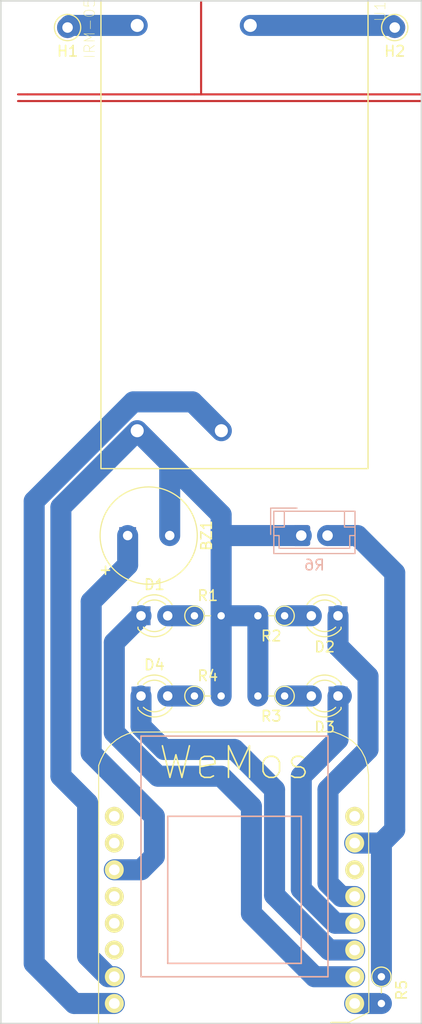
<source format=kicad_pcb>
(kicad_pcb (version 20171130) (host pcbnew "(5.0.0)")

  (general
    (thickness 1.6)
    (drawings 1)
    (tracks 81)
    (zones 0)
    (modules 15)
    (nets 23)
  )

  (page A4)
  (layers
    (0 F.Cu signal hide)
    (31 B.Cu signal)
    (32 B.Adhes user hide)
    (33 F.Adhes user hide)
    (34 B.Paste user hide)
    (35 F.Paste user hide)
    (36 B.SilkS user hide)
    (37 F.SilkS user hide)
    (38 B.Mask user hide)
    (39 F.Mask user hide)
    (40 Dwgs.User user hide)
    (41 Cmts.User user hide)
    (42 Eco1.User user hide)
    (43 Eco2.User user hide)
    (44 Edge.Cuts user)
    (45 Margin user hide)
    (46 B.CrtYd user hide)
    (47 F.CrtYd user hide)
    (48 B.Fab user hide)
    (49 F.Fab user hide)
  )

  (setup
    (last_trace_width 0.2)
    (trace_clearance 0.2)
    (zone_clearance 0.508)
    (zone_45_only no)
    (trace_min 0.2)
    (segment_width 0.2)
    (edge_width 0.15)
    (via_size 0.8)
    (via_drill 0.4)
    (via_min_size 0.4)
    (via_min_drill 0.3)
    (uvia_size 0.3)
    (uvia_drill 0.1)
    (uvias_allowed no)
    (uvia_min_size 0.2)
    (uvia_min_drill 0.1)
    (pcb_text_width 0.3)
    (pcb_text_size 1.5 1.5)
    (mod_edge_width 0.15)
    (mod_text_size 1 1)
    (mod_text_width 0.15)
    (pad_size 1.524 1.524)
    (pad_drill 0.762)
    (pad_to_mask_clearance 0.051)
    (solder_mask_min_width 0.25)
    (aux_axis_origin 0 0)
    (visible_elements 7FFFFFFF)
    (pcbplotparams
      (layerselection 0x01008_ffffffff)
      (usegerberextensions false)
      (usegerberattributes false)
      (usegerberadvancedattributes false)
      (creategerberjobfile false)
      (excludeedgelayer true)
      (linewidth 0.100000)
      (plotframeref false)
      (viasonmask false)
      (mode 1)
      (useauxorigin false)
      (hpglpennumber 1)
      (hpglpenspeed 20)
      (hpglpendiameter 15.000000)
      (psnegative false)
      (psa4output false)
      (plotreference true)
      (plotvalue true)
      (plotinvisibletext false)
      (padsonsilk false)
      (subtractmaskfromsilk false)
      (outputformat 1)
      (mirror false)
      (drillshape 0)
      (scaleselection 1)
      (outputdirectory "cnc"))
  )

  (net 0 "")
  (net 1 "Net-(U2-Pad8)")
  (net 2 "Net-(U2-Pad7)")
  (net 3 "Net-(BZ1-Pad1)")
  (net 4 "Net-(U2-Pad5)")
  (net 5 "Net-(U2-Pad4)")
  (net 6 "Net-(U2-Pad3)")
  (net 7 "Net-(BZ1-Pad2)")
  (net 8 "Net-(U1-PadVPOS)")
  (net 9 "Net-(R5-Pad2)")
  (net 10 "Net-(D1-Pad1)")
  (net 11 "Net-(D4-Pad1)")
  (net 12 "Net-(D3-Pad1)")
  (net 13 "Net-(D2-Pad1)")
  (net 14 "Net-(U2-Pad11)")
  (net 15 "Net-(R5-Pad1)")
  (net 16 "Net-(U2-Pad9)")
  (net 17 "Net-(D1-Pad2)")
  (net 18 "Net-(D2-Pad2)")
  (net 19 "Net-(D3-Pad2)")
  (net 20 "Net-(D4-Pad2)")
  (net 21 "Net-(H1-Pad1)")
  (net 22 "Net-(H2-Pad1)")

  (net_class Default "This is the default net class."
    (clearance 0.2)
    (trace_width 0.2)
    (via_dia 0.8)
    (via_drill 0.4)
    (uvia_dia 0.3)
    (uvia_drill 0.1)
    (add_net "Net-(BZ1-Pad1)")
    (add_net "Net-(BZ1-Pad2)")
    (add_net "Net-(D1-Pad1)")
    (add_net "Net-(D1-Pad2)")
    (add_net "Net-(D2-Pad1)")
    (add_net "Net-(D2-Pad2)")
    (add_net "Net-(D3-Pad1)")
    (add_net "Net-(D3-Pad2)")
    (add_net "Net-(D4-Pad1)")
    (add_net "Net-(D4-Pad2)")
    (add_net "Net-(H1-Pad1)")
    (add_net "Net-(H2-Pad1)")
    (add_net "Net-(R5-Pad1)")
    (add_net "Net-(R5-Pad2)")
    (add_net "Net-(U1-PadVPOS)")
    (add_net "Net-(U2-Pad11)")
    (add_net "Net-(U2-Pad3)")
    (add_net "Net-(U2-Pad4)")
    (add_net "Net-(U2-Pad5)")
    (add_net "Net-(U2-Pad7)")
    (add_net "Net-(U2-Pad8)")
    (add_net "Net-(U2-Pad9)")
  )

  (module Connector_Pin:Pin_D1.0mm_L10.0mm (layer F.Cu) (tedit 5A1DC084) (tstamp 5C61AA63)
    (at 179.07 40.64)
    (descr "solder Pin_ diameter 1.0mm, hole diameter 1.0mm (press fit), length 10.0mm")
    (tags "solder Pin_ press fit")
    (path /5C604A3A)
    (fp_text reference H2 (at 0 2.25) (layer F.SilkS)
      (effects (font (size 1 1) (thickness 0.15)))
    )
    (fp_text value MountingHole_Pad (at 0 -2.05) (layer F.Fab)
      (effects (font (size 1 1) (thickness 0.15)))
    )
    (fp_circle (center 0 0) (end 1.25 0.05) (layer F.SilkS) (width 0.12))
    (fp_circle (center 0 0) (end 1 0) (layer F.Fab) (width 0.12))
    (fp_circle (center 0 0) (end 0.5 0) (layer F.Fab) (width 0.12))
    (fp_circle (center 0 0) (end 1.5 0) (layer F.CrtYd) (width 0.05))
    (fp_text user %R (at 0 2.25) (layer F.Fab)
      (effects (font (size 1 1) (thickness 0.15)))
    )
    (pad 1 thru_hole circle (at 0 0) (size 2 2) (drill 1) (layers *.Cu *.Mask)
      (net 22 "Net-(H2-Pad1)"))
    (model ${KISYS3DMOD}/Connector_Pin.3dshapes/Pin_D1.0mm_L10.0mm.wrl
      (at (xyz 0 0 0))
      (scale (xyz 1 1 1))
      (rotate (xyz 0 0 0))
    )
  )

  (module Connector_Pin:Pin_D1.0mm_L10.0mm (layer F.Cu) (tedit 5A1DC084) (tstamp 5C61AA59)
    (at 147.955 40.64)
    (descr "solder Pin_ diameter 1.0mm, hole diameter 1.0mm (press fit), length 10.0mm")
    (tags "solder Pin_ press fit")
    (path /5C604937)
    (fp_text reference H1 (at 0 2.25) (layer F.SilkS)
      (effects (font (size 1 1) (thickness 0.15)))
    )
    (fp_text value MountingHole_Pad (at 0 -2.05) (layer F.Fab)
      (effects (font (size 1 1) (thickness 0.15)))
    )
    (fp_text user %R (at 0 2.25) (layer F.Fab)
      (effects (font (size 1 1) (thickness 0.15)))
    )
    (fp_circle (center 0 0) (end 1.5 0) (layer F.CrtYd) (width 0.05))
    (fp_circle (center 0 0) (end 0.5 0) (layer F.Fab) (width 0.12))
    (fp_circle (center 0 0) (end 1 0) (layer F.Fab) (width 0.12))
    (fp_circle (center 0 0) (end 1.25 0.05) (layer F.SilkS) (width 0.12))
    (pad 1 thru_hole circle (at 0 0) (size 2 2) (drill 1) (layers *.Cu *.Mask)
      (net 21 "Net-(H1-Pad1)"))
    (model ${KISYS3DMOD}/Connector_Pin.3dshapes/Pin_D1.0mm_L10.0mm.wrl
      (at (xyz 0 0 0))
      (scale (xyz 1 1 1))
      (rotate (xyz 0 0 0))
    )
  )

  (module wemos_d1_mini:CONV_IRM-05-5 (layer F.Cu) (tedit 0) (tstamp 5C619C5A)
    (at 163.83 59.69 270)
    (path /5C6039D8)
    (fp_text reference U1 (at -20.5815 -13.8495 270) (layer F.SilkS)
      (effects (font (size 1.00104 1.00104) (thickness 0.05)))
    )
    (fp_text value IRM-05-5 (at -20.048 13.7809 270) (layer F.SilkS)
      (effects (font (size 1.00115 1.00115) (thickness 0.05)))
    )
    (fp_line (start -22.85 12.7) (end -22.85 -12.7) (layer F.SilkS) (width 0.127))
    (fp_line (start -22.85 -12.7) (end 22.85 -12.7) (layer F.SilkS) (width 0.127))
    (fp_line (start 22.85 -12.7) (end 22.85 12.7) (layer F.SilkS) (width 0.127))
    (fp_line (start 22.85 12.7) (end -22.85 12.7) (layer F.SilkS) (width 0.127))
    (fp_line (start -22.85 12.7) (end -22.85 -12.7) (layer Eco2.User) (width 0.127))
    (fp_line (start -22.85 -12.7) (end 22.85 -12.7) (layer Eco2.User) (width 0.127))
    (fp_line (start 22.85 -12.7) (end 22.85 12.7) (layer Eco2.User) (width 0.127))
    (fp_line (start 22.85 12.7) (end -22.85 12.7) (layer Eco2.User) (width 0.127))
    (fp_line (start -23.1 12.95) (end -23.1 -12.95) (layer Eco1.User) (width 0.05))
    (fp_line (start -23.1 -12.95) (end 23.1 -12.95) (layer Eco1.User) (width 0.05))
    (fp_line (start 23.1 -12.95) (end 23.1 12.95) (layer Eco1.User) (width 0.05))
    (fp_line (start 23.1 12.95) (end -23.1 12.95) (layer Eco1.User) (width 0.05))
    (pad AC/L thru_hole circle (at -19.25 9.25 270) (size 1.86 1.86) (drill 1.24) (layers *.Cu *.Mask)
      (net 21 "Net-(H1-Pad1)"))
    (pad AC/N thru_hole circle (at -19.25 -1.5 270) (size 1.86 1.86) (drill 1.24) (layers *.Cu *.Mask)
      (net 22 "Net-(H2-Pad1)"))
    (pad VNEG thru_hole circle (at 19.25 9.25 270) (size 1.86 1.86) (drill 1.24) (layers *.Cu *.Mask)
      (net 7 "Net-(BZ1-Pad2)"))
    (pad VPOS thru_hole circle (at 19.25 1.25 270) (size 1.86 1.86) (drill 1.24) (layers *.Cu *.Mask)
      (net 8 "Net-(U1-PadVPOS)"))
  )

  (module Buzzer_Beeper:MagneticBuzzer_CUI_CST-931RP-A (layer F.Cu) (tedit 5AAE92D3) (tstamp 5C61978C)
    (at 153.67 88.9 90)
    (descr "CST-931RP-A, http://www.cui.com/product/resource/cst-931rp-a.pdf")
    (tags CST-931RP-A)
    (path /5C602ABC)
    (fp_text reference BZ1 (at 0 7.5 90) (layer F.SilkS)
      (effects (font (size 1 1) (thickness 0.15)))
    )
    (fp_text value Buzzer (at 0 9 90) (layer F.Fab)
      (effects (font (size 1 1) (thickness 0.15)))
    )
    (fp_text user + (at -3.3 -2.18 90) (layer F.SilkS)
      (effects (font (size 1 1) (thickness 0.15)))
    )
    (fp_text user + (at -1.5 -0.1 90) (layer F.Fab)
      (effects (font (size 1 1) (thickness 0.15)))
    )
    (fp_text user %R (at 0 2 90) (layer F.Fab)
      (effects (font (size 1 1) (thickness 0.15)))
    )
    (fp_line (start -2.5 -4) (end 2.5 -4) (layer F.Fab) (width 0.1))
    (fp_line (start 2.5 -4) (end 2.5 -1.74) (layer F.Fab) (width 0.1))
    (fp_line (start -2.5 -4) (end -2.5 -1.74) (layer F.Fab) (width 0.1))
    (fp_arc (start 0 2) (end 2.5 -1.74) (angle 292.4) (layer F.Fab) (width 0.1))
    (fp_circle (center 0 2) (end 4.62 2) (layer F.SilkS) (width 0.12))
    (fp_line (start 2.75 -4.25) (end 2.75 -1.88) (layer F.CrtYd) (width 0.05))
    (fp_line (start -2.75 -4.25) (end 2.75 -4.25) (layer F.CrtYd) (width 0.05))
    (fp_line (start -2.75 -1.88) (end -2.75 -4.25) (layer F.CrtYd) (width 0.05))
    (fp_arc (start 0 2) (end 2.75 -1.88) (angle 289.2) (layer F.CrtYd) (width 0.05))
    (pad 2 thru_hole circle (at 0 4 90) (size 1.6 1.6) (drill 0.9) (layers *.Cu *.Mask)
      (net 7 "Net-(BZ1-Pad2)"))
    (pad 1 thru_hole rect (at 0 0 90) (size 1.6 1.6) (drill 0.9) (layers *.Cu *.Mask)
      (net 3 "Net-(BZ1-Pad1)"))
    (model ${KISYS3DMOD}/Buzzer_Beeper.3dshapes/MagneticBuzzer_CUI_CST-931RP-A.wrl
      (at (xyz 0 0 0))
      (scale (xyz 1 1 1))
      (rotate (xyz 0 0 0))
    )
  )

  (module Connector_JST:JST_EH_B02B-EH-A_1x02_P2.50mm_Vertical (layer B.Cu) (tedit 5B772AC7) (tstamp 5C61977A)
    (at 170.18 88.9)
    (descr "JST EH series connector, B02B-EH-A (http://www.jst-mfg.com/product/pdf/eng/eEH.pdf), generated with kicad-footprint-generator")
    (tags "connector JST EH side entry")
    (path /5C60235A)
    (fp_text reference R6 (at 1.25 2.8) (layer B.SilkS)
      (effects (font (size 1 1) (thickness 0.15)) (justify mirror))
    )
    (fp_text value T100k (at 1.25 -3.4) (layer B.Fab)
      (effects (font (size 1 1) (thickness 0.15)) (justify mirror))
    )
    (fp_line (start -2.5 1.6) (end -2.5 -2.2) (layer B.Fab) (width 0.1))
    (fp_line (start -2.5 -2.2) (end 5 -2.2) (layer B.Fab) (width 0.1))
    (fp_line (start 5 -2.2) (end 5 1.6) (layer B.Fab) (width 0.1))
    (fp_line (start 5 1.6) (end -2.5 1.6) (layer B.Fab) (width 0.1))
    (fp_line (start -3 2.1) (end -3 -2.7) (layer B.CrtYd) (width 0.05))
    (fp_line (start -3 -2.7) (end 5.5 -2.7) (layer B.CrtYd) (width 0.05))
    (fp_line (start 5.5 -2.7) (end 5.5 2.1) (layer B.CrtYd) (width 0.05))
    (fp_line (start 5.5 2.1) (end -3 2.1) (layer B.CrtYd) (width 0.05))
    (fp_line (start -2.61 1.71) (end -2.61 -2.31) (layer B.SilkS) (width 0.12))
    (fp_line (start -2.61 -2.31) (end 5.11 -2.31) (layer B.SilkS) (width 0.12))
    (fp_line (start 5.11 -2.31) (end 5.11 1.71) (layer B.SilkS) (width 0.12))
    (fp_line (start 5.11 1.71) (end -2.61 1.71) (layer B.SilkS) (width 0.12))
    (fp_line (start -2.61 0) (end -2.11 0) (layer B.SilkS) (width 0.12))
    (fp_line (start -2.11 0) (end -2.11 1.21) (layer B.SilkS) (width 0.12))
    (fp_line (start -2.11 1.21) (end 4.61 1.21) (layer B.SilkS) (width 0.12))
    (fp_line (start 4.61 1.21) (end 4.61 0) (layer B.SilkS) (width 0.12))
    (fp_line (start 4.61 0) (end 5.11 0) (layer B.SilkS) (width 0.12))
    (fp_line (start -2.61 -0.81) (end -1.61 -0.81) (layer B.SilkS) (width 0.12))
    (fp_line (start -1.61 -0.81) (end -1.61 -2.31) (layer B.SilkS) (width 0.12))
    (fp_line (start 5.11 -0.81) (end 4.11 -0.81) (layer B.SilkS) (width 0.12))
    (fp_line (start 4.11 -0.81) (end 4.11 -2.31) (layer B.SilkS) (width 0.12))
    (fp_line (start -2.91 -0.11) (end -2.91 -2.61) (layer B.SilkS) (width 0.12))
    (fp_line (start -2.91 -2.61) (end -0.41 -2.61) (layer B.SilkS) (width 0.12))
    (fp_line (start -2.91 -0.11) (end -2.91 -2.61) (layer B.Fab) (width 0.1))
    (fp_line (start -2.91 -2.61) (end -0.41 -2.61) (layer B.Fab) (width 0.1))
    (fp_text user %R (at 1.25 -1.5) (layer B.Fab)
      (effects (font (size 1 1) (thickness 0.15)) (justify mirror))
    )
    (pad 1 thru_hole roundrect (at 0 0) (size 1.7 2) (drill 1) (layers *.Cu *.Mask) (roundrect_rratio 0.147059)
      (net 7 "Net-(BZ1-Pad2)"))
    (pad 2 thru_hole oval (at 2.5 0) (size 1.7 2) (drill 1) (layers *.Cu *.Mask)
      (net 15 "Net-(R5-Pad1)"))
    (model ${KISYS3DMOD}/Connector_JST.3dshapes/JST_EH_B02B-EH-A_1x02_P2.50mm_Vertical.wrl
      (at (xyz 0 0 0))
      (scale (xyz 1 1 1))
      (rotate (xyz 0 0 0))
    )
  )

  (module LED_THT:LED_D3.0mm (layer F.Cu) (tedit 587A3A7B) (tstamp 5C61975A)
    (at 154.94 104.14)
    (descr "LED, diameter 3.0mm, 2 pins")
    (tags "LED diameter 3.0mm 2 pins")
    (path /5C602932)
    (fp_text reference D4 (at 1.27 -2.96) (layer F.SilkS)
      (effects (font (size 1 1) (thickness 0.15)))
    )
    (fp_text value Red (at 1.27 2.96) (layer F.Fab)
      (effects (font (size 1 1) (thickness 0.15)))
    )
    (fp_line (start 3.7 -2.25) (end -1.15 -2.25) (layer F.CrtYd) (width 0.05))
    (fp_line (start 3.7 2.25) (end 3.7 -2.25) (layer F.CrtYd) (width 0.05))
    (fp_line (start -1.15 2.25) (end 3.7 2.25) (layer F.CrtYd) (width 0.05))
    (fp_line (start -1.15 -2.25) (end -1.15 2.25) (layer F.CrtYd) (width 0.05))
    (fp_line (start -0.29 1.08) (end -0.29 1.236) (layer F.SilkS) (width 0.12))
    (fp_line (start -0.29 -1.236) (end -0.29 -1.08) (layer F.SilkS) (width 0.12))
    (fp_line (start -0.23 -1.16619) (end -0.23 1.16619) (layer F.Fab) (width 0.1))
    (fp_circle (center 1.27 0) (end 2.77 0) (layer F.Fab) (width 0.1))
    (fp_arc (start 1.27 0) (end 0.229039 1.08) (angle -87.9) (layer F.SilkS) (width 0.12))
    (fp_arc (start 1.27 0) (end 0.229039 -1.08) (angle 87.9) (layer F.SilkS) (width 0.12))
    (fp_arc (start 1.27 0) (end -0.29 1.235516) (angle -108.8) (layer F.SilkS) (width 0.12))
    (fp_arc (start 1.27 0) (end -0.29 -1.235516) (angle 108.8) (layer F.SilkS) (width 0.12))
    (fp_arc (start 1.27 0) (end -0.23 -1.16619) (angle 284.3) (layer F.Fab) (width 0.1))
    (pad 2 thru_hole circle (at 2.54 0) (size 1.8 1.8) (drill 0.9) (layers *.Cu *.Mask)
      (net 20 "Net-(D4-Pad2)"))
    (pad 1 thru_hole rect (at 0 0) (size 1.8 1.8) (drill 0.9) (layers *.Cu *.Mask)
      (net 11 "Net-(D4-Pad1)"))
    (model ${KISYS3DMOD}/LED_THT.3dshapes/LED_D3.0mm.wrl
      (at (xyz 0 0 0))
      (scale (xyz 1 1 1))
      (rotate (xyz 0 0 0))
    )
  )

  (module LED_THT:LED_D3.0mm (layer F.Cu) (tedit 587A3A7B) (tstamp 5C619747)
    (at 173.675505 104.14 180)
    (descr "LED, diameter 3.0mm, 2 pins")
    (tags "LED diameter 3.0mm 2 pins")
    (path /5C602851)
    (fp_text reference D3 (at 1.27 -2.96 180) (layer F.SilkS)
      (effects (font (size 1 1) (thickness 0.15)))
    )
    (fp_text value Blue (at 1.27 2.96 180) (layer F.Fab)
      (effects (font (size 1 1) (thickness 0.15)))
    )
    (fp_arc (start 1.27 0) (end -0.23 -1.16619) (angle 284.3) (layer F.Fab) (width 0.1))
    (fp_arc (start 1.27 0) (end -0.29 -1.235516) (angle 108.8) (layer F.SilkS) (width 0.12))
    (fp_arc (start 1.27 0) (end -0.29 1.235516) (angle -108.8) (layer F.SilkS) (width 0.12))
    (fp_arc (start 1.27 0) (end 0.229039 -1.08) (angle 87.9) (layer F.SilkS) (width 0.12))
    (fp_arc (start 1.27 0) (end 0.229039 1.08) (angle -87.9) (layer F.SilkS) (width 0.12))
    (fp_circle (center 1.27 0) (end 2.77 0) (layer F.Fab) (width 0.1))
    (fp_line (start -0.23 -1.16619) (end -0.23 1.16619) (layer F.Fab) (width 0.1))
    (fp_line (start -0.29 -1.236) (end -0.29 -1.08) (layer F.SilkS) (width 0.12))
    (fp_line (start -0.29 1.08) (end -0.29 1.236) (layer F.SilkS) (width 0.12))
    (fp_line (start -1.15 -2.25) (end -1.15 2.25) (layer F.CrtYd) (width 0.05))
    (fp_line (start -1.15 2.25) (end 3.7 2.25) (layer F.CrtYd) (width 0.05))
    (fp_line (start 3.7 2.25) (end 3.7 -2.25) (layer F.CrtYd) (width 0.05))
    (fp_line (start 3.7 -2.25) (end -1.15 -2.25) (layer F.CrtYd) (width 0.05))
    (pad 1 thru_hole rect (at 0 0 180) (size 1.8 1.8) (drill 0.9) (layers *.Cu *.Mask)
      (net 12 "Net-(D3-Pad1)"))
    (pad 2 thru_hole circle (at 2.54 0 180) (size 1.8 1.8) (drill 0.9) (layers *.Cu *.Mask)
      (net 19 "Net-(D3-Pad2)"))
    (model ${KISYS3DMOD}/LED_THT.3dshapes/LED_D3.0mm.wrl
      (at (xyz 0 0 0))
      (scale (xyz 1 1 1))
      (rotate (xyz 0 0 0))
    )
  )

  (module LED_THT:LED_D3.0mm (layer F.Cu) (tedit 587A3A7B) (tstamp 5C619734)
    (at 173.675505 96.52 180)
    (descr "LED, diameter 3.0mm, 2 pins")
    (tags "LED diameter 3.0mm 2 pins")
    (path /5C60279B)
    (fp_text reference D2 (at 1.27 -2.96 180) (layer F.SilkS)
      (effects (font (size 1 1) (thickness 0.15)))
    )
    (fp_text value Green (at 1.27 2.96 180) (layer F.Fab)
      (effects (font (size 1 1) (thickness 0.15)))
    )
    (fp_line (start 3.7 -2.25) (end -1.15 -2.25) (layer F.CrtYd) (width 0.05))
    (fp_line (start 3.7 2.25) (end 3.7 -2.25) (layer F.CrtYd) (width 0.05))
    (fp_line (start -1.15 2.25) (end 3.7 2.25) (layer F.CrtYd) (width 0.05))
    (fp_line (start -1.15 -2.25) (end -1.15 2.25) (layer F.CrtYd) (width 0.05))
    (fp_line (start -0.29 1.08) (end -0.29 1.236) (layer F.SilkS) (width 0.12))
    (fp_line (start -0.29 -1.236) (end -0.29 -1.08) (layer F.SilkS) (width 0.12))
    (fp_line (start -0.23 -1.16619) (end -0.23 1.16619) (layer F.Fab) (width 0.1))
    (fp_circle (center 1.27 0) (end 2.77 0) (layer F.Fab) (width 0.1))
    (fp_arc (start 1.27 0) (end 0.229039 1.08) (angle -87.9) (layer F.SilkS) (width 0.12))
    (fp_arc (start 1.27 0) (end 0.229039 -1.08) (angle 87.9) (layer F.SilkS) (width 0.12))
    (fp_arc (start 1.27 0) (end -0.29 1.235516) (angle -108.8) (layer F.SilkS) (width 0.12))
    (fp_arc (start 1.27 0) (end -0.29 -1.235516) (angle 108.8) (layer F.SilkS) (width 0.12))
    (fp_arc (start 1.27 0) (end -0.23 -1.16619) (angle 284.3) (layer F.Fab) (width 0.1))
    (pad 2 thru_hole circle (at 2.54 0 180) (size 1.8 1.8) (drill 0.9) (layers *.Cu *.Mask)
      (net 18 "Net-(D2-Pad2)"))
    (pad 1 thru_hole rect (at 0 0 180) (size 1.8 1.8) (drill 0.9) (layers *.Cu *.Mask)
      (net 13 "Net-(D2-Pad1)"))
    (model ${KISYS3DMOD}/LED_THT.3dshapes/LED_D3.0mm.wrl
      (at (xyz 0 0 0))
      (scale (xyz 1 1 1))
      (rotate (xyz 0 0 0))
    )
  )

  (module LED_THT:LED_D3.0mm (layer F.Cu) (tedit 587A3A7B) (tstamp 5C619721)
    (at 154.94 96.52)
    (descr "LED, diameter 3.0mm, 2 pins")
    (tags "LED diameter 3.0mm 2 pins")
    (path /5C602726)
    (fp_text reference D1 (at 1.27 -2.96) (layer F.SilkS)
      (effects (font (size 1 1) (thickness 0.15)))
    )
    (fp_text value Yellow (at 1.27 2.96) (layer F.Fab)
      (effects (font (size 1 1) (thickness 0.15)))
    )
    (fp_arc (start 1.27 0) (end -0.23 -1.16619) (angle 284.3) (layer F.Fab) (width 0.1))
    (fp_arc (start 1.27 0) (end -0.29 -1.235516) (angle 108.8) (layer F.SilkS) (width 0.12))
    (fp_arc (start 1.27 0) (end -0.29 1.235516) (angle -108.8) (layer F.SilkS) (width 0.12))
    (fp_arc (start 1.27 0) (end 0.229039 -1.08) (angle 87.9) (layer F.SilkS) (width 0.12))
    (fp_arc (start 1.27 0) (end 0.229039 1.08) (angle -87.9) (layer F.SilkS) (width 0.12))
    (fp_circle (center 1.27 0) (end 2.77 0) (layer F.Fab) (width 0.1))
    (fp_line (start -0.23 -1.16619) (end -0.23 1.16619) (layer F.Fab) (width 0.1))
    (fp_line (start -0.29 -1.236) (end -0.29 -1.08) (layer F.SilkS) (width 0.12))
    (fp_line (start -0.29 1.08) (end -0.29 1.236) (layer F.SilkS) (width 0.12))
    (fp_line (start -1.15 -2.25) (end -1.15 2.25) (layer F.CrtYd) (width 0.05))
    (fp_line (start -1.15 2.25) (end 3.7 2.25) (layer F.CrtYd) (width 0.05))
    (fp_line (start 3.7 2.25) (end 3.7 -2.25) (layer F.CrtYd) (width 0.05))
    (fp_line (start 3.7 -2.25) (end -1.15 -2.25) (layer F.CrtYd) (width 0.05))
    (pad 1 thru_hole rect (at 0 0) (size 1.8 1.8) (drill 0.9) (layers *.Cu *.Mask)
      (net 10 "Net-(D1-Pad1)"))
    (pad 2 thru_hole circle (at 2.54 0) (size 1.8 1.8) (drill 0.9) (layers *.Cu *.Mask)
      (net 17 "Net-(D1-Pad2)"))
    (model ${KISYS3DMOD}/LED_THT.3dshapes/LED_D3.0mm.wrl
      (at (xyz 0 0 0))
      (scale (xyz 1 1 1))
      (rotate (xyz 0 0 0))
    )
  )

  (module Resistor_THT:R_Axial_DIN0204_L3.6mm_D1.6mm_P2.54mm_Vertical (layer F.Cu) (tedit 5AE5139B) (tstamp 5C61970E)
    (at 177.8 130.81 270)
    (descr "Resistor, Axial_DIN0204 series, Axial, Vertical, pin pitch=2.54mm, 0.167W, length*diameter=3.6*1.6mm^2, http://cdn-reichelt.de/documents/datenblatt/B400/1_4W%23YAG.pdf")
    (tags "Resistor Axial_DIN0204 series Axial Vertical pin pitch 2.54mm 0.167W length 3.6mm diameter 1.6mm")
    (path /5C6022FB)
    (fp_text reference R5 (at 1.27 -1.92 270) (layer F.SilkS)
      (effects (font (size 1 1) (thickness 0.15)))
    )
    (fp_text value 100k (at 1.27 1.92 270) (layer F.Fab)
      (effects (font (size 1 1) (thickness 0.15)))
    )
    (fp_circle (center 0 0) (end 0.8 0) (layer F.Fab) (width 0.1))
    (fp_circle (center 0 0) (end 0.92 0) (layer F.SilkS) (width 0.12))
    (fp_line (start 0 0) (end 2.54 0) (layer F.Fab) (width 0.1))
    (fp_line (start 0.92 0) (end 1.54 0) (layer F.SilkS) (width 0.12))
    (fp_line (start -1.05 -1.05) (end -1.05 1.05) (layer F.CrtYd) (width 0.05))
    (fp_line (start -1.05 1.05) (end 3.49 1.05) (layer F.CrtYd) (width 0.05))
    (fp_line (start 3.49 1.05) (end 3.49 -1.05) (layer F.CrtYd) (width 0.05))
    (fp_line (start 3.49 -1.05) (end -1.05 -1.05) (layer F.CrtYd) (width 0.05))
    (fp_text user %R (at 1.27 -1.92 270) (layer F.Fab)
      (effects (font (size 1 1) (thickness 0.15)))
    )
    (pad 1 thru_hole circle (at 0 0 270) (size 1.4 1.4) (drill 0.7) (layers *.Cu *.Mask)
      (net 15 "Net-(R5-Pad1)"))
    (pad 2 thru_hole oval (at 2.54 0 270) (size 1.4 1.4) (drill 0.7) (layers *.Cu *.Mask)
      (net 9 "Net-(R5-Pad2)"))
    (model ${KISYS3DMOD}/Resistor_THT.3dshapes/R_Axial_DIN0204_L3.6mm_D1.6mm_P2.54mm_Vertical.wrl
      (at (xyz 0 0 0))
      (scale (xyz 1 1 1))
      (rotate (xyz 0 0 0))
    )
  )

  (module Resistor_THT:R_Axial_DIN0204_L3.6mm_D1.6mm_P2.54mm_Vertical (layer F.Cu) (tedit 5AE5139B) (tstamp 5C6196FF)
    (at 160.02 104.14)
    (descr "Resistor, Axial_DIN0204 series, Axial, Vertical, pin pitch=2.54mm, 0.167W, length*diameter=3.6*1.6mm^2, http://cdn-reichelt.de/documents/datenblatt/B400/1_4W%23YAG.pdf")
    (tags "Resistor Axial_DIN0204 series Axial Vertical pin pitch 2.54mm 0.167W length 3.6mm diameter 1.6mm")
    (path /5C602501)
    (fp_text reference R4 (at 1.27 -1.92) (layer F.SilkS)
      (effects (font (size 1 1) (thickness 0.15)))
    )
    (fp_text value 470 (at 1.27 1.92) (layer F.Fab)
      (effects (font (size 1 1) (thickness 0.15)))
    )
    (fp_text user %R (at 1.27 -1.92) (layer F.Fab)
      (effects (font (size 1 1) (thickness 0.15)))
    )
    (fp_line (start 3.49 -1.05) (end -1.05 -1.05) (layer F.CrtYd) (width 0.05))
    (fp_line (start 3.49 1.05) (end 3.49 -1.05) (layer F.CrtYd) (width 0.05))
    (fp_line (start -1.05 1.05) (end 3.49 1.05) (layer F.CrtYd) (width 0.05))
    (fp_line (start -1.05 -1.05) (end -1.05 1.05) (layer F.CrtYd) (width 0.05))
    (fp_line (start 0.92 0) (end 1.54 0) (layer F.SilkS) (width 0.12))
    (fp_line (start 0 0) (end 2.54 0) (layer F.Fab) (width 0.1))
    (fp_circle (center 0 0) (end 0.92 0) (layer F.SilkS) (width 0.12))
    (fp_circle (center 0 0) (end 0.8 0) (layer F.Fab) (width 0.1))
    (pad 2 thru_hole oval (at 2.54 0) (size 1.4 1.4) (drill 0.7) (layers *.Cu *.Mask)
      (net 7 "Net-(BZ1-Pad2)"))
    (pad 1 thru_hole circle (at 0 0) (size 1.4 1.4) (drill 0.7) (layers *.Cu *.Mask)
      (net 20 "Net-(D4-Pad2)"))
    (model ${KISYS3DMOD}/Resistor_THT.3dshapes/R_Axial_DIN0204_L3.6mm_D1.6mm_P2.54mm_Vertical.wrl
      (at (xyz 0 0 0))
      (scale (xyz 1 1 1))
      (rotate (xyz 0 0 0))
    )
  )

  (module Resistor_THT:R_Axial_DIN0204_L3.6mm_D1.6mm_P2.54mm_Vertical (layer F.Cu) (tedit 5AE5139B) (tstamp 5C6196F0)
    (at 168.595505 104.14 180)
    (descr "Resistor, Axial_DIN0204 series, Axial, Vertical, pin pitch=2.54mm, 0.167W, length*diameter=3.6*1.6mm^2, http://cdn-reichelt.de/documents/datenblatt/B400/1_4W%23YAG.pdf")
    (tags "Resistor Axial_DIN0204 series Axial Vertical pin pitch 2.54mm 0.167W length 3.6mm diameter 1.6mm")
    (path /5C6024C7)
    (fp_text reference R3 (at 1.27 -1.92 180) (layer F.SilkS)
      (effects (font (size 1 1) (thickness 0.15)))
    )
    (fp_text value 470 (at 1.27 1.92 180) (layer F.Fab)
      (effects (font (size 1 1) (thickness 0.15)))
    )
    (fp_circle (center 0 0) (end 0.8 0) (layer F.Fab) (width 0.1))
    (fp_circle (center 0 0) (end 0.92 0) (layer F.SilkS) (width 0.12))
    (fp_line (start 0 0) (end 2.54 0) (layer F.Fab) (width 0.1))
    (fp_line (start 0.92 0) (end 1.54 0) (layer F.SilkS) (width 0.12))
    (fp_line (start -1.05 -1.05) (end -1.05 1.05) (layer F.CrtYd) (width 0.05))
    (fp_line (start -1.05 1.05) (end 3.49 1.05) (layer F.CrtYd) (width 0.05))
    (fp_line (start 3.49 1.05) (end 3.49 -1.05) (layer F.CrtYd) (width 0.05))
    (fp_line (start 3.49 -1.05) (end -1.05 -1.05) (layer F.CrtYd) (width 0.05))
    (fp_text user %R (at 1.27 -1.92 180) (layer F.Fab)
      (effects (font (size 1 1) (thickness 0.15)))
    )
    (pad 1 thru_hole circle (at 0 0 180) (size 1.4 1.4) (drill 0.7) (layers *.Cu *.Mask)
      (net 19 "Net-(D3-Pad2)"))
    (pad 2 thru_hole oval (at 2.54 0 180) (size 1.4 1.4) (drill 0.7) (layers *.Cu *.Mask)
      (net 7 "Net-(BZ1-Pad2)"))
    (model ${KISYS3DMOD}/Resistor_THT.3dshapes/R_Axial_DIN0204_L3.6mm_D1.6mm_P2.54mm_Vertical.wrl
      (at (xyz 0 0 0))
      (scale (xyz 1 1 1))
      (rotate (xyz 0 0 0))
    )
  )

  (module Resistor_THT:R_Axial_DIN0204_L3.6mm_D1.6mm_P2.54mm_Vertical (layer F.Cu) (tedit 5AE5139B) (tstamp 5C6196E1)
    (at 168.595505 96.52 180)
    (descr "Resistor, Axial_DIN0204 series, Axial, Vertical, pin pitch=2.54mm, 0.167W, length*diameter=3.6*1.6mm^2, http://cdn-reichelt.de/documents/datenblatt/B400/1_4W%23YAG.pdf")
    (tags "Resistor Axial_DIN0204 series Axial Vertical pin pitch 2.54mm 0.167W length 3.6mm diameter 1.6mm")
    (path /5C602490)
    (fp_text reference R2 (at 1.27 -1.92 180) (layer F.SilkS)
      (effects (font (size 1 1) (thickness 0.15)))
    )
    (fp_text value 470 (at 1.27 1.92 180) (layer F.Fab)
      (effects (font (size 1 1) (thickness 0.15)))
    )
    (fp_text user %R (at 1.27 -1.92 180) (layer F.Fab)
      (effects (font (size 1 1) (thickness 0.15)))
    )
    (fp_line (start 3.49 -1.05) (end -1.05 -1.05) (layer F.CrtYd) (width 0.05))
    (fp_line (start 3.49 1.05) (end 3.49 -1.05) (layer F.CrtYd) (width 0.05))
    (fp_line (start -1.05 1.05) (end 3.49 1.05) (layer F.CrtYd) (width 0.05))
    (fp_line (start -1.05 -1.05) (end -1.05 1.05) (layer F.CrtYd) (width 0.05))
    (fp_line (start 0.92 0) (end 1.54 0) (layer F.SilkS) (width 0.12))
    (fp_line (start 0 0) (end 2.54 0) (layer F.Fab) (width 0.1))
    (fp_circle (center 0 0) (end 0.92 0) (layer F.SilkS) (width 0.12))
    (fp_circle (center 0 0) (end 0.8 0) (layer F.Fab) (width 0.1))
    (pad 2 thru_hole oval (at 2.54 0 180) (size 1.4 1.4) (drill 0.7) (layers *.Cu *.Mask)
      (net 7 "Net-(BZ1-Pad2)"))
    (pad 1 thru_hole circle (at 0 0 180) (size 1.4 1.4) (drill 0.7) (layers *.Cu *.Mask)
      (net 18 "Net-(D2-Pad2)"))
    (model ${KISYS3DMOD}/Resistor_THT.3dshapes/R_Axial_DIN0204_L3.6mm_D1.6mm_P2.54mm_Vertical.wrl
      (at (xyz 0 0 0))
      (scale (xyz 1 1 1))
      (rotate (xyz 0 0 0))
    )
  )

  (module Resistor_THT:R_Axial_DIN0204_L3.6mm_D1.6mm_P2.54mm_Vertical (layer F.Cu) (tedit 5AE5139B) (tstamp 5C6196D2)
    (at 160.02 96.52)
    (descr "Resistor, Axial_DIN0204 series, Axial, Vertical, pin pitch=2.54mm, 0.167W, length*diameter=3.6*1.6mm^2, http://cdn-reichelt.de/documents/datenblatt/B400/1_4W%23YAG.pdf")
    (tags "Resistor Axial_DIN0204 series Axial Vertical pin pitch 2.54mm 0.167W length 3.6mm diameter 1.6mm")
    (path /5C60245C)
    (fp_text reference R1 (at 1.27 -1.92) (layer F.SilkS)
      (effects (font (size 1 1) (thickness 0.15)))
    )
    (fp_text value 470 (at 1.27 1.92) (layer F.Fab)
      (effects (font (size 1 1) (thickness 0.15)))
    )
    (fp_circle (center 0 0) (end 0.8 0) (layer F.Fab) (width 0.1))
    (fp_circle (center 0 0) (end 0.92 0) (layer F.SilkS) (width 0.12))
    (fp_line (start 0 0) (end 2.54 0) (layer F.Fab) (width 0.1))
    (fp_line (start 0.92 0) (end 1.54 0) (layer F.SilkS) (width 0.12))
    (fp_line (start -1.05 -1.05) (end -1.05 1.05) (layer F.CrtYd) (width 0.05))
    (fp_line (start -1.05 1.05) (end 3.49 1.05) (layer F.CrtYd) (width 0.05))
    (fp_line (start 3.49 1.05) (end 3.49 -1.05) (layer F.CrtYd) (width 0.05))
    (fp_line (start 3.49 -1.05) (end -1.05 -1.05) (layer F.CrtYd) (width 0.05))
    (fp_text user %R (at 1.27 -1.92) (layer F.Fab)
      (effects (font (size 1 1) (thickness 0.15)))
    )
    (pad 1 thru_hole circle (at 0 0) (size 1.4 1.4) (drill 0.7) (layers *.Cu *.Mask)
      (net 17 "Net-(D1-Pad2)"))
    (pad 2 thru_hole oval (at 2.54 0) (size 1.4 1.4) (drill 0.7) (layers *.Cu *.Mask)
      (net 7 "Net-(BZ1-Pad2)"))
    (model ${KISYS3DMOD}/Resistor_THT.3dshapes/R_Axial_DIN0204_L3.6mm_D1.6mm_P2.54mm_Vertical.wrl
      (at (xyz 0 0 0))
      (scale (xyz 1 1 1))
      (rotate (xyz 0 0 0))
    )
  )

  (module wemos_d1_mini:D1_mini_board (layer F.Cu) (tedit 5766F65E) (tstamp 5C60F926)
    (at 163.83 125.73)
    (path /5C60227E)
    (fp_text reference U2 (at 1.27 18.81) (layer F.SilkS)
      (effects (font (size 1 1) (thickness 0.15)))
    )
    (fp_text value WeMos_mini (at 1.27 -19.05) (layer F.Fab)
      (effects (font (size 1 1) (thickness 0.15)))
    )
    (fp_text user WeMos (at 0 -15.24) (layer F.SilkS)
      (effects (font (size 3 3) (thickness 0.15)))
    )
    (fp_line (start -6.35 3.81) (end -6.35 -10.16) (layer B.SilkS) (width 0.15))
    (fp_line (start -6.35 -10.16) (end 6.35 -10.16) (layer B.SilkS) (width 0.15))
    (fp_line (start 6.35 -10.16) (end 6.35 3.81) (layer B.SilkS) (width 0.15))
    (fp_line (start 6.35 3.81) (end -6.35 3.81) (layer B.SilkS) (width 0.15))
    (fp_line (start -8.89 5.08) (end 8.89 5.08) (layer B.SilkS) (width 0.15))
    (fp_line (start 8.89 5.08) (end 8.89 -17.78) (layer B.SilkS) (width 0.15))
    (fp_line (start 8.89 -17.78) (end -8.89 -17.78) (layer B.SilkS) (width 0.15))
    (fp_line (start -8.89 -17.78) (end -8.89 5.08) (layer B.SilkS) (width 0.15))
    (fp_line (start 10.817472 16.277228) (end 5.00618 16.277228) (layer F.SilkS) (width 0.1))
    (fp_line (start 5.00618 16.277228) (end 4.979849 14.993795) (layer F.SilkS) (width 0.1))
    (fp_line (start 4.979849 14.993795) (end -3.851373 15.000483) (layer F.SilkS) (width 0.1))
    (fp_line (start -3.851373 15.000483) (end -3.849397 16.202736) (layer F.SilkS) (width 0.1))
    (fp_line (start -3.849397 16.202736) (end -12.930193 16.176658) (layer F.SilkS) (width 0.1))
    (fp_line (start -12.930193 16.176658) (end -12.916195 -14.993493) (layer F.SilkS) (width 0.1))
    (fp_line (start -12.916195 -14.993493) (end -12.683384 -15.596286) (layer F.SilkS) (width 0.1))
    (fp_line (start -12.683384 -15.596286) (end -12.399901 -16.141167) (layer F.SilkS) (width 0.1))
    (fp_line (start -12.399901 -16.141167) (end -12.065253 -16.627577) (layer F.SilkS) (width 0.1))
    (fp_line (start -12.065253 -16.627577) (end -11.678953 -17.054952) (layer F.SilkS) (width 0.1))
    (fp_line (start -11.678953 -17.054952) (end -11.240512 -17.422741) (layer F.SilkS) (width 0.1))
    (fp_line (start -11.240512 -17.422741) (end -10.74944 -17.730377) (layer F.SilkS) (width 0.1))
    (fp_line (start -10.74944 -17.730377) (end -10.20525 -17.97731) (layer F.SilkS) (width 0.1))
    (fp_line (start -10.20525 -17.97731) (end -9.607453 -18.162976) (layer F.SilkS) (width 0.1))
    (fp_line (start -9.607453 -18.162976) (end 9.43046 -18.191734) (layer F.SilkS) (width 0.1))
    (fp_line (start 9.43046 -18.191734) (end 10.049824 -17.957741) (layer F.SilkS) (width 0.1))
    (fp_line (start 10.049824 -17.957741) (end 10.638018 -17.673258) (layer F.SilkS) (width 0.1))
    (fp_line (start 10.638018 -17.673258) (end 11.181445 -17.323743) (layer F.SilkS) (width 0.1))
    (fp_line (start 11.181445 -17.323743) (end 11.666503 -16.894658) (layer F.SilkS) (width 0.1))
    (fp_line (start 11.666503 -16.894658) (end 12.079595 -16.37146) (layer F.SilkS) (width 0.1))
    (fp_line (start 12.079595 -16.37146) (end 12.407122 -15.739613) (layer F.SilkS) (width 0.1))
    (fp_line (start 12.407122 -15.739613) (end 12.635482 -14.984575) (layer F.SilkS) (width 0.1))
    (fp_line (start 12.635482 -14.984575) (end 12.751078 -14.091807) (layer F.SilkS) (width 0.1))
    (fp_line (start 12.751078 -14.091807) (end 12.776026 8.463285) (layer F.SilkS) (width 0.1))
    (fp_line (start 12.776026 8.463285) (end 10.83248 9.424181) (layer F.SilkS) (width 0.1))
    (fp_line (start 10.83248 9.424181) (end 10.802686 16.232524) (layer F.SilkS) (width 0.1))
    (fp_line (start -3.17965 10.051451) (end 3.959931 10.051451) (layer F.SilkS) (width 0.1))
    (fp_line (start 3.959931 10.051451) (end 3.959931 15.865188) (layer F.SilkS) (width 0.1))
    (fp_line (start 3.959931 15.865188) (end -3.17965 15.865188) (layer F.SilkS) (width 0.1))
    (fp_line (start -3.17965 15.865188) (end -3.17965 10.051451) (layer F.SilkS) (width 0.1))
    (fp_line (start 10.7436 9.402349) (end 9.191378 9.402349) (layer F.SilkS) (width 0.1))
    (fp_line (start 9.191378 9.402349) (end 8.662211 9.931515) (layer F.SilkS) (width 0.1))
    (fp_line (start 8.662211 9.931515) (end 7.40985 9.931515) (layer F.SilkS) (width 0.1))
    (fp_line (start 7.40985 9.931515) (end 7.40985 14.993876) (layer F.SilkS) (width 0.1))
    (fp_line (start 7.40985 14.993876) (end 8.697489 14.993876) (layer F.SilkS) (width 0.1))
    (fp_line (start 8.697489 14.993876) (end 9.226656 15.487765) (layer F.SilkS) (width 0.1))
    (fp_line (start 9.226656 15.487765) (end 10.796517 15.487765) (layer F.SilkS) (width 0.1))
    (fp_line (start 10.796517 15.487765) (end 10.7436 9.402349) (layer F.SilkS) (width 0.1))
    (fp_line (start 10.778878 11.483738) (end 11.431517 11.483738) (layer F.SilkS) (width 0.1))
    (fp_line (start 11.431517 11.483738) (end 11.431517 13.476932) (layer F.SilkS) (width 0.1))
    (fp_line (start 11.431517 13.476932) (end 10.814156 13.476932) (layer F.SilkS) (width 0.1))
    (pad 8 thru_hole circle (at -11.43 -10.16) (size 1.8 1.8) (drill 1.016) (layers *.Cu *.Mask F.SilkS)
      (net 1 "Net-(U2-Pad8)"))
    (pad 7 thru_hole circle (at -11.43 -7.62) (size 1.8 1.8) (drill 1.016) (layers *.Cu *.Mask F.SilkS)
      (net 2 "Net-(U2-Pad7)"))
    (pad 6 thru_hole circle (at -11.43 -5.08) (size 1.8 1.8) (drill 1.016) (layers *.Cu *.Mask F.SilkS)
      (net 3 "Net-(BZ1-Pad1)"))
    (pad 5 thru_hole circle (at -11.43 -2.54) (size 1.8 1.8) (drill 1.016) (layers *.Cu *.Mask F.SilkS)
      (net 4 "Net-(U2-Pad5)"))
    (pad 4 thru_hole circle (at -11.43 0) (size 1.8 1.8) (drill 1.016) (layers *.Cu *.Mask F.SilkS)
      (net 5 "Net-(U2-Pad4)"))
    (pad 3 thru_hole circle (at -11.43 2.54) (size 1.8 1.8) (drill 1.016) (layers *.Cu *.Mask F.SilkS)
      (net 6 "Net-(U2-Pad3)"))
    (pad 2 thru_hole circle (at -11.43 5.08) (size 1.8 1.8) (drill 1.016) (layers *.Cu *.Mask F.SilkS)
      (net 7 "Net-(BZ1-Pad2)"))
    (pad 1 thru_hole circle (at -11.43 7.62) (size 1.8 1.8) (drill 1.016) (layers *.Cu *.Mask F.SilkS)
      (net 8 "Net-(U1-PadVPOS)"))
    (pad 16 thru_hole circle (at 11.43 7.62) (size 1.8 1.8) (drill 1.016) (layers *.Cu *.Mask F.SilkS)
      (net 9 "Net-(R5-Pad2)"))
    (pad 15 thru_hole circle (at 11.43 5.08) (size 1.8 1.8) (drill 1.016) (layers *.Cu *.Mask F.SilkS)
      (net 10 "Net-(D1-Pad1)"))
    (pad 14 thru_hole circle (at 11.43 2.54) (size 1.8 1.8) (drill 1.016) (layers *.Cu *.Mask F.SilkS)
      (net 11 "Net-(D4-Pad1)"))
    (pad 13 thru_hole circle (at 11.43 0) (size 1.8 1.8) (drill 1.016) (layers *.Cu *.Mask F.SilkS)
      (net 12 "Net-(D3-Pad1)"))
    (pad 12 thru_hole circle (at 11.43 -2.54) (size 1.8 1.8) (drill 1.016) (layers *.Cu *.Mask F.SilkS)
      (net 13 "Net-(D2-Pad1)"))
    (pad 11 thru_hole circle (at 11.43 -5.08) (size 1.8 1.8) (drill 1.016) (layers *.Cu *.Mask F.SilkS)
      (net 14 "Net-(U2-Pad11)"))
    (pad 10 thru_hole circle (at 11.43 -7.62) (size 1.8 1.8) (drill 1.016) (layers *.Cu *.Mask F.SilkS)
      (net 15 "Net-(R5-Pad1)"))
    (pad 9 thru_hole circle (at 11.43 -10.16) (size 1.8 1.8) (drill 1.016) (layers *.Cu *.Mask F.SilkS)
      (net 16 "Net-(U2-Pad9)"))
  )

  (gr_poly (pts (xy 181.61 135.255) (xy 181.61 38.1) (xy 141.605 38.1) (xy 141.605 135.255)) (layer Edge.Cuts) (width 0.15))

  (segment (start 144.145 46.99) (end 143.25001 46.99) (width 0.2) (layer F.Cu) (net 0))
  (segment (start 160.02 46.99) (end 144.145 46.99) (width 0.2) (layer F.Cu) (net 0))
  (segment (start 158.115 47.625) (end 183.13999 47.625) (width 0.2) (layer F.Cu) (net 0))
  (segment (start 183.13999 47.625) (end 143.25001 47.625) (width 0.2) (layer F.Cu) (net 0))
  (segment (start 143.25001 47.625) (end 143.51 47.625) (width 0.2) (layer F.Cu) (net 0))
  (segment (start 160.655 46.355) (end 160.655 36.195) (width 0.2) (layer F.Cu) (net 0))
  (segment (start 160.02 46.99) (end 160.655 46.99) (width 0.2) (layer F.Cu) (net 0))
  (segment (start 160.655 36.195) (end 160.655 46.99) (width 0.2) (layer F.Cu) (net 0))
  (segment (start 160.655 46.99) (end 183.13999 46.99) (width 0.2) (layer F.Cu) (net 0))
  (segment (start 154.94 120.65) (end 152.4 120.65) (width 2) (layer B.Cu) (net 3))
  (segment (start 153.67 91.7) (end 150.19999 95.17001) (width 2) (layer B.Cu) (net 3))
  (segment (start 153.67 88.9) (end 153.67 91.7) (width 2) (layer B.Cu) (net 3))
  (segment (start 150.19999 95.17001) (end 150.19999 109.55999) (width 2) (layer B.Cu) (net 3))
  (segment (start 150.19999 109.55999) (end 156.21 115.57) (width 2) (layer B.Cu) (net 3))
  (segment (start 156.21 115.57) (end 156.21 119.38) (width 2) (layer B.Cu) (net 3))
  (segment (start 156.21 119.38) (end 154.94 120.65) (width 2) (layer B.Cu) (net 3))
  (segment (start 166.055505 96.52) (end 166.055505 104.14) (width 2) (layer B.Cu) (net 7))
  (segment (start 162.56 96.52) (end 162.56 104.14) (width 2) (layer B.Cu) (net 7))
  (segment (start 162.56 96.52) (end 166.055505 96.52) (width 2) (layer B.Cu) (net 7))
  (segment (start 157.67 82.03) (end 157.48 81.84) (width 2) (layer B.Cu) (net 7))
  (segment (start 157.67 88.9) (end 157.67 82.03) (width 2) (layer B.Cu) (net 7))
  (segment (start 154.58 78.94) (end 157.48 81.84) (width 2) (layer B.Cu) (net 7))
  (segment (start 157.48 81.84) (end 162.56 86.92) (width 2) (layer B.Cu) (net 7))
  (segment (start 151.831998 130.81) (end 149.86 128.838002) (width 2) (layer B.Cu) (net 7))
  (segment (start 152.4 130.81) (end 151.831998 130.81) (width 2) (layer B.Cu) (net 7))
  (segment (start 149.86 128.838002) (end 149.86 114.3) (width 2) (layer B.Cu) (net 7))
  (segment (start 154.58 78.94) (end 147.32 86.2) (width 2) (layer B.Cu) (net 7))
  (segment (start 147.32 111.76) (end 149.86 114.3) (width 2) (layer B.Cu) (net 7))
  (segment (start 147.32 86.2) (end 147.32 111.76) (width 2) (layer B.Cu) (net 7))
  (segment (start 170.18 88.9) (end 162.56 88.9) (width 2) (layer B.Cu) (net 7))
  (segment (start 162.56 86.92) (end 162.56 88.9) (width 2) (layer B.Cu) (net 7))
  (segment (start 162.56 88.9) (end 162.56 96.52) (width 2) (layer B.Cu) (net 7))
  (segment (start 162.58 78.94) (end 159.84 76.2) (width 2) (layer B.Cu) (net 8))
  (segment (start 154.208718 76.2) (end 144.78 85.628718) (width 2) (layer B.Cu) (net 8))
  (segment (start 159.84 76.2) (end 154.208718 76.2) (width 2) (layer B.Cu) (net 8))
  (segment (start 144.78 85.628718) (end 144.78 129.54) (width 2) (layer B.Cu) (net 8))
  (segment (start 148.59 133.35) (end 152.4 133.35) (width 2) (layer B.Cu) (net 8))
  (segment (start 144.78 129.54) (end 148.59 133.35) (width 2) (layer B.Cu) (net 8))
  (segment (start 177.8 133.35) (end 175.26 133.35) (width 2) (layer B.Cu) (net 9))
  (segment (start 154.94 96.52) (end 152.4 99.06) (width 2) (layer B.Cu) (net 10))
  (segment (start 152.4 107.611282) (end 156.548718 111.76) (width 2) (layer B.Cu) (net 10))
  (segment (start 152.4 99.06) (end 152.4 107.611282) (width 2) (layer B.Cu) (net 10))
  (segment (start 156.548718 111.76) (end 162.56 111.76) (width 2) (layer B.Cu) (net 10))
  (segment (start 162.56 111.76) (end 165.43999 114.63999) (width 2) (layer B.Cu) (net 10))
  (segment (start 165.43999 114.63999) (end 165.43999 124.79999) (width 2) (layer B.Cu) (net 10))
  (segment (start 171.45 130.81) (end 175.26 130.81) (width 2) (layer B.Cu) (net 10))
  (segment (start 165.43999 124.79999) (end 171.45 130.81) (width 2) (layer B.Cu) (net 10))
  (segment (start 154.94 107.04) (end 154.94 104.14) (width 2) (layer B.Cu) (net 11))
  (segment (start 175.26 128.27) (end 172.844643 128.27) (width 2) (layer B.Cu) (net 11))
  (segment (start 172.844643 128.27) (end 167.64 123.065357) (width 2) (layer B.Cu) (net 11))
  (segment (start 167.64 113.03) (end 163.83 109.22) (width 2) (layer B.Cu) (net 11))
  (segment (start 167.64 123.065357) (end 167.64 113.03) (width 2) (layer B.Cu) (net 11))
  (segment (start 157.12 109.22) (end 154.94 107.04) (width 2) (layer B.Cu) (net 11))
  (segment (start 163.83 109.22) (end 157.12 109.22) (width 2) (layer B.Cu) (net 11))
  (segment (start 173.675505 104.14) (end 173.99 104.14) (width 2) (layer B.Cu) (net 12))
  (segment (start 173.415925 125.73) (end 170.18 122.494075) (width 2) (layer B.Cu) (net 12))
  (segment (start 175.26 125.73) (end 173.415925 125.73) (width 2) (layer B.Cu) (net 12))
  (segment (start 170.18 122.494075) (end 170.18 111.76) (width 2) (layer B.Cu) (net 12))
  (segment (start 173.675505 108.264495) (end 173.675505 104.14) (width 2) (layer B.Cu) (net 12))
  (segment (start 170.18 111.76) (end 173.675505 108.264495) (width 2) (layer B.Cu) (net 12))
  (segment (start 173.987208 123.19) (end 175.26 123.19) (width 2) (layer B.Cu) (net 13))
  (segment (start 176.53 102.274495) (end 176.53 109.22) (width 2) (layer B.Cu) (net 13))
  (segment (start 173.675505 96.52) (end 173.675505 99.42) (width 2) (layer B.Cu) (net 13))
  (segment (start 173.675505 99.42) (end 176.53 102.274495) (width 2) (layer B.Cu) (net 13))
  (segment (start 172.72 113.03) (end 172.72 121.922792) (width 2) (layer B.Cu) (net 13))
  (segment (start 176.53 109.22) (end 172.72 113.03) (width 2) (layer B.Cu) (net 13))
  (segment (start 172.72 121.922792) (end 173.987208 123.19) (width 2) (layer B.Cu) (net 13))
  (segment (start 175.53 88.9) (end 179.07 92.44) (width 2) (layer B.Cu) (net 15))
  (segment (start 172.68 88.9) (end 175.53 88.9) (width 2) (layer B.Cu) (net 15))
  (segment (start 179.07 92.44) (end 179.07 116.84) (width 2) (layer B.Cu) (net 15))
  (segment (start 177.8 118.11) (end 175.26 118.11) (width 2) (layer B.Cu) (net 15))
  (segment (start 179.07 116.84) (end 177.8 118.11) (width 2) (layer B.Cu) (net 15))
  (segment (start 177.8 130.81) (end 177.8 118.11) (width 2) (layer B.Cu) (net 15))
  (segment (start 157.48 96.52) (end 160.02 96.52) (width 2) (layer B.Cu) (net 17))
  (segment (start 171.135505 96.52) (end 168.595505 96.52) (width 2) (layer B.Cu) (net 18))
  (segment (start 168.595505 104.14) (end 171.135505 104.14) (width 2) (layer B.Cu) (net 19))
  (segment (start 157.48 104.14) (end 160.02 104.14) (width 2) (layer B.Cu) (net 20))
  (segment (start 148.155 40.44) (end 147.955 40.64) (width 2) (layer F.Cu) (net 21))
  (segment (start 154.58 40.44) (end 148.155 40.44) (width 2) (layer B.Cu) (net 21))
  (segment (start 178.87 40.44) (end 179.07 40.64) (width 2) (layer F.Cu) (net 22))
  (segment (start 165.33 40.44) (end 178.87 40.44) (width 2) (layer B.Cu) (net 22))

)

</source>
